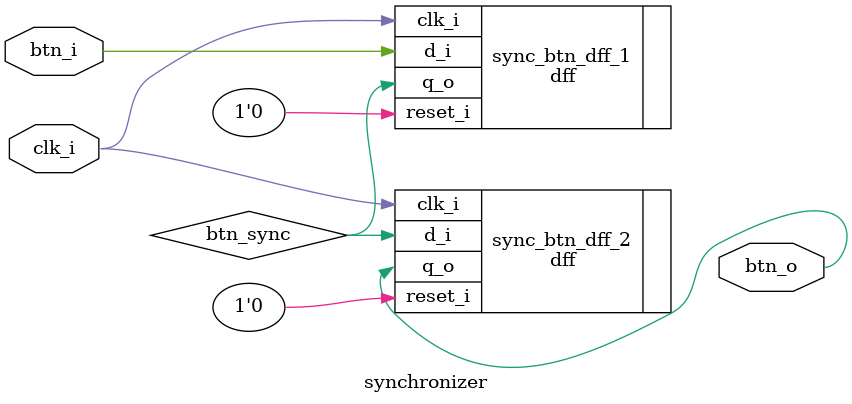
<source format=sv>
module synchronizer #()
    (input [0:0] clk_i
    ,input [0:0] btn_i
    ,output [0:0] btn_o);
    wire [0:0] btn_sync;
    dff #() sync_btn_dff_1 
        (.clk_i(clk_i)
        ,.reset_i(1'b0)
        ,.d_i(btn_i)
        ,.q_o(btn_sync));
    dff #() sync_btn_dff_2 
        (.clk_i(clk_i)
        ,.reset_i(1'b0)
        ,.d_i(btn_sync)
        ,.q_o(btn_o));
endmodule

</source>
